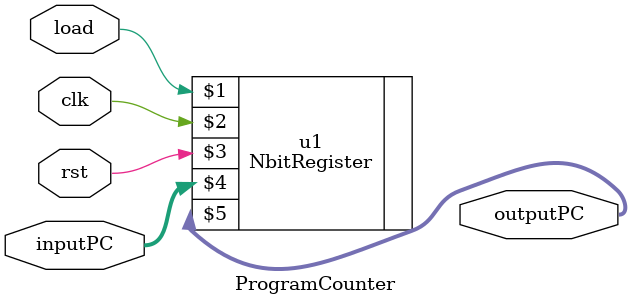
<source format=v>
`timescale 1ns / 1ps



module ProgramCounter( input load, clk, rst,input [31:0] inputPC, output [31:0] outputPC

    );
    
    
    NbitRegister #(32) u1 (load,clk,rst,inputPC,outputPC);
  //  nbit_reg hk( clk, Write_data,  w[i],  Q[i],  rst);

endmodule

</source>
